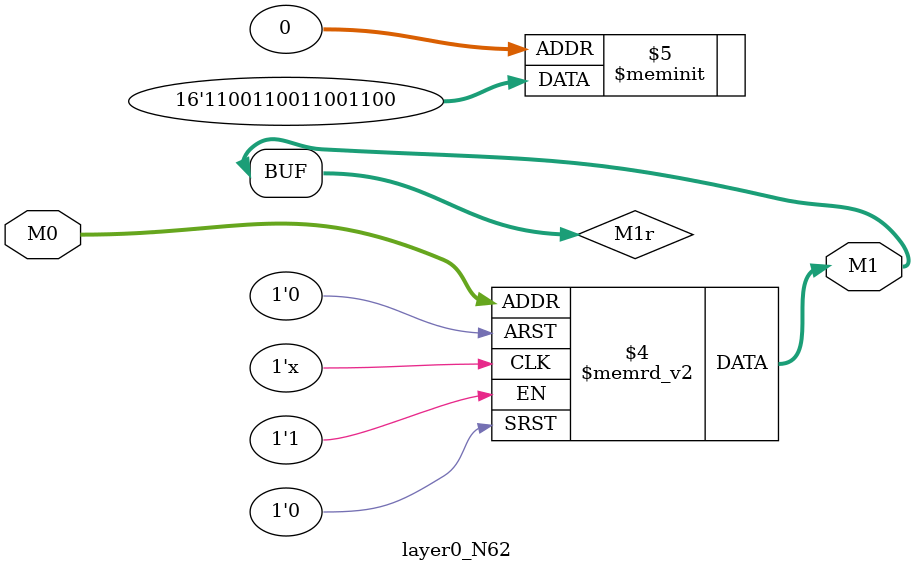
<source format=v>
module layer0_N62 ( input [2:0] M0, output [1:0] M1 );

	(*rom_style = "distributed" *) reg [1:0] M1r;
	assign M1 = M1r;
	always @ (M0) begin
		case (M0)
			3'b000: M1r = 2'b00;
			3'b100: M1r = 2'b00;
			3'b010: M1r = 2'b00;
			3'b110: M1r = 2'b00;
			3'b001: M1r = 2'b11;
			3'b101: M1r = 2'b11;
			3'b011: M1r = 2'b11;
			3'b111: M1r = 2'b11;

		endcase
	end
endmodule

</source>
